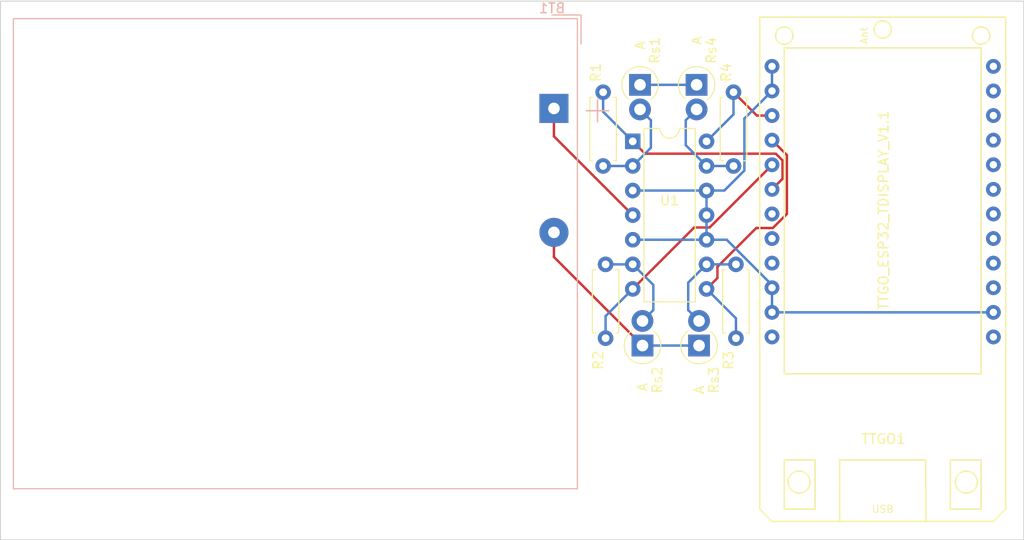
<source format=kicad_pcb>
(kicad_pcb (version 20221018) (generator pcbnew)
  (layers (0 "F.Cu" signal) (31 "B.Cu" signal) (34 "B.Paste" user) (35 "F.Paste" user) (36 "B.SilkS" user "B.Silkscreen") (37 "F.SilkS" user "F.Silkscreen") (38 "B.Mask" user) (39 "F.Mask" user) (44 "Edge.Cuts" user))
  (net 0 "")
  (net 1 "Net-(BT1-+)")
  (net 2 "Net-(BT1--)")
  (net 3 "Net-(U1A--)")
  (net 4 "Net-(TTGO1-GPIO2)")
  (net 5 "Net-(U1B--)")
  (net 6 "Net-(TTGO1-GPIO17)")
  (net 7 "Net-(U1C--)")
  (net 8 "Net-(TTGO1-GPIO22)")
  (net 9 "Net-(U1D--)")
  (net 10 "Net-(TTGO1-GPIO21)")
  (net 12 "GNDREF")
  (footprint "Diode_THT:D_DO-15_P2.54mm_Vertical_AnodeUp" (layer "F.Cu") (at 196.342 56.642 -90)
    (fp_text reference "Rs4" (at -3.556 -1.524 90) (layer "F.SilkS"))
    (fp_text value "R")
    (fp_text user "A" (at -4.572 0 90) (layer "F.SilkS"))
    (fp_arc (start 1.456371 1.194732) (mid -1.883124 -0.047368) (end 1.514596 -1.12) (stroke (width 0.12)) (layer "F.SilkS"))
    (pad "1" thru_hole rect (at 0 0 270) (size 2.24 2.24) (drill 1.2) (layers "*.Cu" "*.Mask") (net 2 "Net-(BT1--)"))
    (pad "2" thru_hole oval (at 2.54 0 270) (size 2.24 2.24) (drill 1.2) (layers "*.Cu" "*.Mask") (net 9 "Net-(U1D--)"))
  )
  (footprint "Diode_THT:D_DO-15_P2.54mm_Vertical_AnodeUp" (layer "F.Cu") (at 190.754 83.566 90)
    (fp_text reference "Rs2" (at -3.556 1.524 90) (layer "F.SilkS"))
    (fp_text value "R")
    (fp_text user "A" (at -4.318 0 90) (layer "F.SilkS"))
    (fp_arc (start 1.456371 1.194732) (mid -1.883124 -0.047368) (end 1.514596 -1.12) (stroke (width 0.12)) (layer "F.SilkS"))
    (pad "1" thru_hole rect (at 0 0 90) (size 2.24 2.24) (drill 1.2) (layers "*.Cu" "*.Mask") (net 2 "Net-(BT1--)"))
    (pad "2" thru_hole oval (at 2.54 0 90) (size 2.24 2.24) (drill 1.2) (layers "*.Cu" "*.Mask") (net 5 "Net-(U1B--)"))
  )
  (footprint "Resistor_THT:R_Axial_DIN0207_L6.3mm_D2.5mm_P7.62mm_Horizontal" (layer "F.Cu") (at 186.69 65.024 90)
    (fp_text reference "R1" (at 9.652 -0.762 90) (layer "F.SilkS"))
    (fp_text value "10k")
    (fp_line (start 0.54 -1.37) (end 7.08 -1.37) (stroke (width 0.12)) (layer "F.SilkS"))
    (fp_line (start 0.54 -1.04) (end 0.54 -1.37) (stroke (width 0.12)) (layer "F.SilkS"))
    (fp_line (start 0.54 1.04) (end 0.54 1.37) (stroke (width 0.12)) (layer "F.SilkS"))
    (fp_line (start 0.54 1.37) (end 7.08 1.37) (stroke (width 0.12)) (layer "F.SilkS"))
    (fp_line (start 7.08 -1.37) (end 7.08 -1.04) (stroke (width 0.12)) (layer "F.SilkS"))
    (fp_line (start 7.08 1.37) (end 7.08 1.04) (stroke (width 0.12)) (layer "F.SilkS"))
    (pad "1" thru_hole circle (at 0 0 90) (size 1.6 1.6) (drill 0.8) (layers "*.Cu" "*.Mask") (net 3 "Net-(U1A--)"))
    (pad "2" thru_hole oval (at 7.62 0 90) (size 1.6 1.6) (drill 0.8) (layers "*.Cu" "*.Mask") (net 4 "Net-(TTGO1-GPIO2)"))
  )
  (footprint "Diode_THT:D_DO-15_P2.54mm_Vertical_AnodeUp" (layer "F.Cu") (at 190.5 56.642 -90)
    (fp_text reference "Rs1" (at -3.556 -1.524 90) (layer "F.SilkS"))
    (fp_text value "R")
    (fp_text user "A" (at -4.064 0 90) (layer "F.SilkS"))
    (fp_arc (start 1.456371 1.194732) (mid -1.883124 -0.047368) (end 1.514596 -1.12) (stroke (width 0.12)) (layer "F.SilkS"))
    (pad "1" thru_hole rect (at 0 0 270) (size 2.24 2.24) (drill 1.2) (layers "*.Cu" "*.Mask") (net 2 "Net-(BT1--)"))
    (pad "2" thru_hole oval (at 2.54 0 270) (size 2.24 2.24) (drill 1.2) (layers "*.Cu" "*.Mask") (net 3 "Net-(U1A--)"))
  )
  (footprint "ESP TTGO:TTGO_ESP32_TDisplay_v1.1" (layer "F.Cu") (at 228.2585 99.187 90)
    (fp_text reference "TTGO1" (at 5.969 -12.6125 180) (layer "F.SilkS"))
    (fp_text value "TTGO_ESP32_TDISPLAY_V1.1" (at 29.591 -12.6125 90) (layer "F.SilkS"))
    (fp_text user "USB" (at -1.27 -12.7) (layer "F.SilkS") (effects (font (size 0.75 0.75) (thickness 0.1))))
    (fp_text user "Ant" (at 47.625 -14.605 90) (layer "F.SilkS") (effects (font (size 0.75 0.75) (thickness 0.1))))
    (fp_line (start -2.54 -24.13) (end -1.27 -25.4) (stroke (width 0.15)) (layer "F.SilkS"))
    (fp_line (start -2.54 -8.255) (end 1.27 -8.255) (stroke (width 0.15)) (layer "F.SilkS"))
    (fp_line (start -2.54 -1.27) (end -2.54 -24.13) (stroke (width 0.15)) (layer "F.SilkS"))
    (fp_line (start -1.27 -25.4) (end 0 -25.4) (stroke (width 0.15)) (layer "F.SilkS"))
    (fp_line (start -1.27 -22.86) (end 3.81 -22.86) (stroke (width 0.15)) (layer "F.SilkS"))
    (fp_line (start -1.27 -19.685) (end -1.27 -22.86) (stroke (width 0.15)) (layer "F.SilkS"))
    (fp_line (start -1.27 -5.715) (end 3.81 -5.715) (stroke (width 0.15)) (layer "F.SilkS"))
    (fp_line (start -1.27 -2.54) (end -1.27 -5.715) (stroke (width 0.15)) (layer "F.SilkS"))
    (fp_line (start -1.27 0) (end -2.54 -1.27) (stroke (width 0.15)) (layer "F.SilkS"))
    (fp_line (start 0 0) (end -1.27 0) (stroke (width 0.15)) (layer "F.SilkS"))
    (fp_line (start 1.27 -17.145) (end -2.54 -17.145) (stroke (width 0.15)) (layer "F.SilkS"))
    (fp_line (start 1.27 -17.145) (end 3.81 -17.145) (stroke (width 0.15)) (layer "F.SilkS"))
    (fp_line (start 3.81 -22.86) (end 3.81 -19.685) (stroke (width 0.15)) (layer "F.SilkS"))
    (fp_line (start 3.81 -19.685) (end -1.27 -19.685) (stroke (width 0.15)) (layer "F.SilkS"))
    (fp_line (start 3.81 -17.145) (end 3.81 -8.255) (stroke (width 0.15)) (layer "F.SilkS"))
    (fp_line (start 3.81 -8.255) (end -2.54 -8.255) (stroke (width 0.15)) (layer "F.SilkS"))
    (fp_line (start 3.81 -5.715) (end 3.81 -2.54) (stroke (width 0.15)) (layer "F.SilkS"))
    (fp_line (start 3.81 -2.54) (end -1.27 -2.54) (stroke (width 0.15)) (layer "F.SilkS"))
    (fp_line (start 12.7 -22.86) (end 46.355 -22.86) (stroke (width 0.15)) (layer "F.SilkS"))
    (fp_line (start 12.7 -2.54) (end 12.7 -22.86) (stroke (width 0.15)) (layer "F.SilkS"))
    (fp_line (start 44.45 0) (end 0 0) (stroke (width 0.15)) (layer "F.SilkS"))
    (fp_line (start 45.72 -25.4) (end 0 -25.4) (stroke (width 0.15)) (layer "F.SilkS"))
    (fp_line (start 46.355 -22.86) (end 46.355 -2.54) (stroke (width 0.15)) (layer "F.SilkS"))
    (fp_line (start 46.355 -2.54) (end 12.7 -2.54) (stroke (width 0.15)) (layer "F.SilkS"))
    (fp_line (start 49.53 -25.4) (end 45.72 -25.4) (stroke (width 0.15)) (layer "F.SilkS"))
    (fp_line (start 49.53 -25.4) (end 49.53 0) (stroke (width 0.15)) (layer "F.SilkS"))
    (fp_line (start 49.53 0) (end 44.45 0) (stroke (width 0.15)) (layer "F.SilkS"))
    (fp_circle (center 1.524 -21.336) (end 2.54 -21.844) (stroke (width 0.15)) (fill none) (layer "F.SilkS"))
    (fp_circle (center 1.524 -4.064) (end 2.54 -4.572) (stroke (width 0.15)) (fill none) (layer "F.SilkS"))
    (fp_circle (center 47.625 -22.86) (end 48.26 -23.495) (stroke (width 0.15)) (fill none) (layer "F.SilkS"))
    (fp_circle (center 47.625 -2.54) (end 48.26 -3.175) (stroke (width 0.15)) (fill none) (layer "F.SilkS"))
    (fp_circle (center 48.26 -12.7) (end 48.895 -13.335) (stroke (width 0.15)) (fill none) (layer "F.SilkS"))
    (pad "" np_thru_hole circle (at 47.625 -22.86 90) (size 1.524 1.524) (drill 1.524) (layers "*.Cu" "*.Mask"))
    (pad "" np_thru_hole circle (at 47.625 -2.54 90) (size 1.524 1.524) (drill 1.524) (layers "*.Cu" "*.Mask"))
    (pad "1" thru_hole circle (at 16.51 -1.27 90) (size 1.524 1.524) (drill 0.762) (layers "*.Cu" "*.Mask"))
    (pad "2" thru_hole circle (at 19.05 -1.27 90) (size 1.524 1.524) (drill 0.762) (layers "*.Cu" "*.Mask") (net 12 "GNDREF"))
    (pad "3" thru_hole circle (at 21.59 -1.27 90) (size 1.524 1.524) (drill 0.762) (layers "*.Cu" "*.Mask"))
    (pad "4" thru_hole circle (at 24.13 -1.27 90) (size 1.524 1.524) (drill 0.762) (layers "*.Cu" "*.Mask"))
    (pad "5" thru_hole circle (at 26.67 -1.27 90) (size 1.524 1.524) (drill 0.762) (layers "*.Cu" "*.Mask"))
    (pad "6" thru_hole circle (at 29.21 -1.27 90) (size 1.524 1.524) (drill 0.762) (layers "*.Cu" "*.Mask"))
    (pad "7" thru_hole circle (at 31.75 -1.27 90) (size 1.524 1.524) (drill 0.762) (layers "*.Cu" "*.Mask"))
    (pad "8" thru_hole circle (at 34.29 -1.27 90) (size 1.524 1.524) (drill 0.762) (layers "*.Cu" "*.Mask"))
    (pad "9" thru_hole circle (at 36.83 -1.27 90) (size 1.524 1.524) (drill 0.762) (layers "*.Cu" "*.Mask"))
    (pad "10" thru_hole circle (at 39.37 -1.27 90) (size 1.524 1.524) (drill 0.762) (layers "*.Cu" "*.Mask"))
    (pad "11" thru_hole circle (at 41.91 -1.27 90) (size 1.524 1.524) (drill 0.762) (layers "*.Cu" "*.Mask"))
    (pad "12" thru_hole circle (at 44.45 -1.27 90) (size 1.524 1.524) (drill 0.762) (layers "*.Cu" "*.Mask"))
    (pad "13" thru_hole circle (at 44.45 -24.13 90) (size 1.524 1.524) (drill 0.762) (layers "*.Cu" "*.Mask") (net 12 "GNDREF"))
    (pad "14" thru_hole circle (at 41.91 -24.13 90) (size 1.524 1.524) (drill 0.762) (layers "*.Cu" "*.Mask") (net 12 "GNDREF"))
    (pad "15" thru_hole circle (at 39.37 -24.13 90) (size 1.524 1.524) (drill 0.762) (layers "*.Cu" "*.Mask") (net 10 "Net-(TTGO1-GPIO21)"))
    (pad "16" thru_hole circle (at 36.83 -24.13 90) (size 1.524 1.524) (drill 0.762) (layers "*.Cu" "*.Mask") (net 8 "Net-(TTGO1-GPIO22)"))
    (pad "17" thru_hole circle (at 34.29 -24.13 90) (size 1.524 1.524) (drill 0.762) (layers "*.Cu" "*.Mask") (net 6 "Net-(TTGO1-GPIO17)"))
    (pad "18" thru_hole circle (at 31.75 -24.13 90) (size 1.524 1.524) (drill 0.762) (layers "*.Cu" "*.Mask") (net 4 "Net-(TTGO1-GPIO2)"))
    (pad "19" thru_hole circle (at 29.21 -24.13 90) (size 1.524 1.524) (drill 0.762) (layers "*.Cu" "*.Mask"))
    (pad "20" thru_hole circle (at 26.67 -24.13 90) (size 1.524 1.524) (drill 0.762) (layers "*.Cu" "*.Mask"))
    (pad "21" thru_hole circle (at 24.13 -24.13 90) (size 1.524 1.524) (drill 0.762) (layers "*.Cu" "*.Mask"))
    (pad "22" thru_hole circle (at 21.59 -24.13 90) (size 1.524 1.524) (drill 0.762) (layers "*.Cu" "*.Mask") (net 12 "GNDREF"))
    (pad "23" thru_hole circle (at 19.05 -24.13 90) (size 1.524 1.524) (drill 0.762) (layers "*.Cu" "*.Mask") (net 12 "GNDREF"))
    (pad "24" thru_hole circle (at 16.51 -24.13 90) (size 1.524 1.524) (drill 0.762) (layers "*.Cu" "*.Mask"))
  )
  (footprint "Resistor_THT:R_Axial_DIN0207_L6.3mm_D2.5mm_P7.62mm_Horizontal" (layer "F.Cu") (at 200.152 65.024 90)
    (fp_text reference "R4" (at 9.652 -0.762 90) (layer "F.SilkS"))
    (fp_text value "10k")
    (fp_line (start 0.54 -1.37) (end 7.08 -1.37) (stroke (width 0.12)) (layer "F.SilkS"))
    (fp_line (start 0.54 -1.04) (end 0.54 -1.37) (stroke (width 0.12)) (layer "F.SilkS"))
    (fp_line (start 0.54 1.04) (end 0.54 1.37) (stroke (width 0.12)) (layer "F.SilkS"))
    (fp_line (start 0.54 1.37) (end 7.08 1.37) (stroke (width 0.12)) (layer "F.SilkS"))
    (fp_line (start 7.08 -1.37) (end 7.08 -1.04) (stroke (width 0.12)) (layer "F.SilkS"))
    (fp_line (start 7.08 1.37) (end 7.08 1.04) (stroke (width 0.12)) (layer "F.SilkS"))
    (pad "1" thru_hole circle (at 0 0 90) (size 1.6 1.6) (drill 0.8) (layers "*.Cu" "*.Mask") (net 9 "Net-(U1D--)"))
    (pad "2" thru_hole oval (at 7.62 0 90) (size 1.6 1.6) (drill 0.8) (layers "*.Cu" "*.Mask") (net 10 "Net-(TTGO1-GPIO21)"))
  )
  (footprint "Resistor_THT:R_Axial_DIN0207_L6.3mm_D2.5mm_P7.62mm_Horizontal" (layer "F.Cu") (at 186.944 75.184 -90)
    (fp_text reference "R2" (at 9.906 0.762 90) (layer "F.SilkS"))
    (fp_text value "10k")
    (fp_line (start 0.54 -1.37) (end 7.08 -1.37) (stroke (width 0.12)) (layer "F.SilkS"))
    (fp_line (start 0.54 -1.04) (end 0.54 -1.37) (stroke (width 0.12)) (layer "F.SilkS"))
    (fp_line (start 0.54 1.04) (end 0.54 1.37) (stroke (width 0.12)) (layer "F.SilkS"))
    (fp_line (start 0.54 1.37) (end 7.08 1.37) (stroke (width 0.12)) (layer "F.SilkS"))
    (fp_line (start 7.08 -1.37) (end 7.08 -1.04) (stroke (width 0.12)) (layer "F.SilkS"))
    (fp_line (start 7.08 1.37) (end 7.08 1.04) (stroke (width 0.12)) (layer "F.SilkS"))
    (pad "1" thru_hole circle (at 0 0 270) (size 1.6 1.6) (drill 0.8) (layers "*.Cu" "*.Mask") (net 5 "Net-(U1B--)"))
    (pad "2" thru_hole oval (at 7.62 0 270) (size 1.6 1.6) (drill 0.8) (layers "*.Cu" "*.Mask") (net 6 "Net-(TTGO1-GPIO17)"))
  )
  (footprint "Resistor_THT:R_Axial_DIN0207_L6.3mm_D2.5mm_P7.62mm_Horizontal" (layer "F.Cu") (at 200.406 75.184 -90)
    (fp_text reference "R3" (at 9.906 0.762 90) (layer "F.SilkS"))
    (fp_text value "10k")
    (fp_line (start 0.54 -1.37) (end 7.08 -1.37) (stroke (width 0.12)) (layer "F.SilkS"))
    (fp_line (start 0.54 -1.04) (end 0.54 -1.37) (stroke (width 0.12)) (layer "F.SilkS"))
    (fp_line (start 0.54 1.04) (end 0.54 1.37) (stroke (width 0.12)) (layer "F.SilkS"))
    (fp_line (start 0.54 1.37) (end 7.08 1.37) (stroke (width 0.12)) (layer "F.SilkS"))
    (fp_line (start 7.08 -1.37) (end 7.08 -1.04) (stroke (width 0.12)) (layer "F.SilkS"))
    (fp_line (start 7.08 1.37) (end 7.08 1.04) (stroke (width 0.12)) (layer "F.SilkS"))
    (pad "1" thru_hole circle (at 0 0 270) (size 1.6 1.6) (drill 0.8) (layers "*.Cu" "*.Mask") (net 7 "Net-(U1C--)"))
    (pad "2" thru_hole oval (at 7.62 0 270) (size 1.6 1.6) (drill 0.8) (layers "*.Cu" "*.Mask") (net 8 "Net-(TTGO1-GPIO22)"))
  )
  (footprint "Diode_THT:D_DO-15_P2.54mm_Vertical_AnodeUp" (layer "F.Cu") (at 196.596 83.566 90)
    (fp_text reference "Rs3" (at -3.556 1.524 90) (layer "F.SilkS"))
    (fp_text value "R")
    (fp_text user "A" (at -4.572 0 90) (layer "F.SilkS"))
    (fp_arc (start 1.456371 1.194732) (mid -1.883124 -0.047368) (end 1.514596 -1.12) (stroke (width 0.12)) (layer "F.SilkS"))
    (pad "1" thru_hole rect (at 0 0 90) (size 2.24 2.24) (drill 1.2) (layers "*.Cu" "*.Mask") (net 2 "Net-(BT1--)"))
    (pad "2" thru_hole oval (at 2.54 0 90) (size 2.24 2.24) (drill 1.2) (layers "*.Cu" "*.Mask") (net 7 "Net-(U1C--)"))
  )
  (footprint "Package_DIP:DIP-14_W7.62mm" (layer "F.Cu") (at 189.748 62.479)
    (fp_text reference "U1" (at 3.81 6.101) (layer "F.SilkS"))
    (fp_text value "TL074")
    (fp_line (start 1.16 -1.33) (end 1.16 16.57) (stroke (width 0.12)) (layer "F.SilkS"))
    (fp_line (start 1.16 16.57) (end 6.46 16.57) (stroke (width 0.12)) (layer "F.SilkS"))
    (fp_line (start 2.81 -1.33) (end 1.16 -1.33) (stroke (width 0.12)) (layer "F.SilkS"))
    (fp_line (start 6.46 -1.33) (end 4.81 -1.33) (stroke (width 0.12)) (layer "F.SilkS"))
    (fp_line (start 6.46 16.57) (end 6.46 -1.33) (stroke (width 0.12)) (layer "F.SilkS"))
    (fp_arc (start 4.81 -1.33) (mid 3.81 -0.33) (end 2.81 -1.33) (stroke (width 0.12)) (layer "F.SilkS"))
    (pad "1" thru_hole rect (at 0 0) (size 1.6 1.6) (drill 0.8) (layers "*.Cu" "*.Mask") (net 4 "Net-(TTGO1-GPIO2)"))
    (pad "2" thru_hole oval (at 0 2.54) (size 1.6 1.6) (drill 0.8) (layers "*.Cu" "*.Mask") (net 3 "Net-(U1A--)"))
    (pad "3" thru_hole oval (at 0 5.08) (size 1.6 1.6) (drill 0.8) (layers "*.Cu" "*.Mask") (net 12 "GNDREF"))
    (pad "4" thru_hole oval (at 0 7.62) (size 1.6 1.6) (drill 0.8) (layers "*.Cu" "*.Mask") (net 1 "Net-(BT1-+)"))
    (pad "5" thru_hole oval (at 0 10.16) (size 1.6 1.6) (drill 0.8) (layers "*.Cu" "*.Mask") (net 12 "GNDREF"))
    (pad "6" thru_hole oval (at 0 12.7) (size 1.6 1.6) (drill 0.8) (layers "*.Cu" "*.Mask") (net 5 "Net-(U1B--)"))
    (pad "7" thru_hole oval (at 0 15.24) (size 1.6 1.6) (drill 0.8) (layers "*.Cu" "*.Mask") (net 6 "Net-(TTGO1-GPIO17)"))
    (pad "8" thru_hole oval (at 7.62 15.24) (size 1.6 1.6) (drill 0.8) (layers "*.Cu" "*.Mask") (net 8 "Net-(TTGO1-GPIO22)"))
    (pad "9" thru_hole oval (at 7.62 12.7) (size 1.6 1.6) (drill 0.8) (layers "*.Cu" "*.Mask") (net 7 "Net-(U1C--)"))
    (pad "10" thru_hole oval (at 7.62 10.16) (size 1.6 1.6) (drill 0.8) (layers "*.Cu" "*.Mask") (net 12 "GNDREF"))
    (pad "11" thru_hole oval (at 7.62 7.62) (size 1.6 1.6) (drill 0.8) (layers "*.Cu" "*.Mask") (net 12 "GNDREF"))
    (pad "12" thru_hole oval (at 7.62 5.08) (size 1.6 1.6) (drill 0.8) (layers "*.Cu" "*.Mask") (net 12 "GNDREF"))
    (pad "13" thru_hole oval (at 7.62 2.54) (size 1.6 1.6) (drill 0.8) (layers "*.Cu" "*.Mask") (net 9 "Net-(U1D--)"))
    (pad "14" thru_hole oval (at 7.62 0) (size 1.6 1.6) (drill 0.8) (layers "*.Cu" "*.Mask") (net 10 "Net-(TTGO1-GPIO21)"))
  )
  (footprint "Battery:BatteryHolder_TruPower_BH-331P_3xAA" (layer "B.Cu") (at 181.61 59.082 180)
    (fp_text reference "BT1" (at 0.2 10.35) (layer "B.SilkS") (effects (justify mirror)))
    (fp_text value "Battery")
    (fp_text user "+" (at -4.5 0) (layer "B.SilkS") (effects (font (size 3 3)) (justify mirror)))
    (fp_line (start -2.8 6.65) (end -2.8 9.65) (stroke (width 0.12)) (layer "B.SilkS"))
    (fp_line (start -2.8 9.65) (end 0.2 9.65) (stroke (width 0.12)) (layer "B.SilkS"))
    (fp_line (start -2.42 -39.27) (end 55.82 -39.27) (stroke (width 0.12)) (layer "B.SilkS"))
    (fp_line (start -2.42 9.27) (end -2.42 -39.27) (stroke (width 0.12)) (layer "B.SilkS"))
    (fp_line (start -2.42 9.27) (end 55.82 9.27) (stroke (width 0.12)) (layer "B.SilkS"))
    (fp_line (start 55.82 9.27) (end 55.82 -39.27) (stroke (width 0.12)) (layer "B.SilkS"))
    (pad "" np_thru_hole circle (at 26.7 -30 180) (size 3.5 3.5) (drill 3.5) (layers "*.Cu" "*.Mask"))
    (pad "" np_thru_hole circle (at 26.7 0 180) (size 3.5 3.5) (drill 3.5) (layers "*.Cu" "*.Mask"))
    (pad "1" thru_hole rect (at 0 0 180) (size 3 3) (drill 1.2) (layers "*.Cu" "*.Mask") (net 1 "Net-(BT1-+)"))
    (pad "2" thru_hole circle (at 0 -12.8 180) (size 3 3) (drill 1.2) (layers "*.Cu" "*.Mask") (net 2 "Net-(BT1--)"))
  )
  (gr_rect (start 124.46 48.006) (end 230.124 103.632) (stroke (width 0.1)) (fill none) (layer "Edge.Cuts"))
  (segment (start 181.61 61.961) (end 189.748 70.099) (width 0.25) (layer "F.Cu") (net 1))
  (segment (start 181.61 59.082) (end 181.61 61.961) (width 0.25) (layer "F.Cu") (net 1))
  (segment (start 181.61 74.422) (end 190.754 83.566) (width 0.25) (layer "F.Cu") (net 2))
  (segment (start 181.61 71.882) (end 181.61 74.422) (width 0.25) (layer "F.Cu") (net 2))
  (segment (start 196.342 56.642) (end 190.5 56.642) (width 0.25) (layer "B.Cu") (net 2))
  (segment (start 196.596 83.566) (end 190.754 83.566) (width 0.25) (layer "B.Cu") (net 2))
  (segment (start 186.69 65.024) (end 189.743 65.024) (width 0.25) (layer "B.Cu") (net 3))
  (segment (start 190.5 59.182) (end 191.62 60.302) (width 0.25) (layer "B.Cu") (net 3))
  (segment (start 191.62 63.147) (end 189.748 65.019) (width 0.25) (layer "B.Cu") (net 3))
  (segment (start 191.62 60.302) (end 191.62 63.147) (width 0.25) (layer "B.Cu") (net 3))
  (segment (start 189.743 65.024) (end 189.748 65.019) (width 0.25) (layer "B.Cu") (net 3))
  (segment (start 204.1285 67.437) (end 205.2155 66.35) (width 0.25) (layer "F.Cu") (net 4))
  (segment (start 191.023 63.754) (end 189.748 62.479) (width 0.25) (layer "F.Cu") (net 4))
  (segment (start 205.2155 64.446749) (end 204.522751 63.754) (width 0.25) (layer "F.Cu") (net 4))
  (segment (start 205.2155 66.35) (end 205.2155 64.446749) (width 0.25) (layer "F.Cu") (net 4))
  (segment (start 204.522751 63.754) (end 191.023 63.754) (width 0.25) (layer "F.Cu") (net 4))
  (segment (start 186.69 57.404) (end 186.69 59.421) (width 0.25) (layer "B.Cu") (net 4))
  (segment (start 186.69 59.421) (end 189.748 62.479) (width 0.25) (layer "B.Cu") (net 4))
  (segment (start 191.874 79.906) (end 191.874 77.305) (width 0.25) (layer "B.Cu") (net 5))
  (segment (start 189.743 75.184) (end 189.748 75.179) (width 0.25) (layer "B.Cu") (net 5))
  (segment (start 190.754 81.026) (end 191.874 79.906) (width 0.25) (layer "B.Cu") (net 5))
  (segment (start 191.874 77.305) (end 189.748 75.179) (width 0.25) (layer "B.Cu") (net 5))
  (segment (start 186.944 75.184) (end 189.743 75.184) (width 0.25) (layer "B.Cu") (net 5))
  (segment (start 204.1285 64.929491) (end 197.683991 71.374) (width 0.25) (layer "F.Cu") (net 6))
  (segment (start 196.093 71.374) (end 189.748 77.719) (width 0.25) (layer "F.Cu") (net 6))
  (segment (start 204.1285 64.897) (end 204.1285 64.929491) (width 0.25) (layer "F.Cu") (net 6))
  (segment (start 197.683991 71.374) (end 196.093 71.374) (width 0.25) (layer "F.Cu") (net 6))
  (segment (start 186.944 80.523) (end 189.748 77.719) (width 0.25) (layer "B.Cu") (net 6))
  (segment (start 186.944 82.804) (end 186.944 80.523) (width 0.25) (layer "B.Cu") (net 6))
  (segment (start 196.596 81.026) (end 195.476 79.906) (width 0.25) (layer "B.Cu") (net 7))
  (segment (start 195.476 79.906) (end 195.476 77.071) (width 0.25) (layer "B.Cu") (net 7))
  (segment (start 197.373 75.184) (end 197.368 75.179) (width 0.25) (layer "B.Cu") (net 7))
  (segment (start 195.476 77.071) (end 197.368 75.179) (width 0.25) (layer "B.Cu") (net 7))
  (segment (start 200.406 75.184) (end 197.373 75.184) (width 0.25) (layer "B.Cu") (net 7))
  (segment (start 205.6655 63.894) (end 205.6655 69.977251) (width 0.25) (layer "F.Cu") (net 8))
  (segment (start 198.493 75.438) (end 198.493 76.594) (width 0.25) (layer "F.Cu") (net 8))
  (segment (start 204.1285 62.357) (end 205.6655 63.894) (width 0.25) (layer "F.Cu") (net 8))
  (segment (start 205.6655 69.977251) (end 204.212751 71.43) (width 0.25) (layer "F.Cu") (net 8))
  (segment (start 198.493 76.594) (end 197.368 77.719) (width 0.25) (layer "F.Cu") (net 8))
  (segment (start 204.212751 71.43) (end 202.501 71.43) (width 0.25) (layer "F.Cu") (net 8))
  (segment (start 202.501 71.43) (end 198.493 75.438) (width 0.25) (layer "F.Cu") (net 8))
  (segment (start 200.406 82.804) (end 200.406 80.757) (width 0.25) (layer "B.Cu") (net 8))
  (segment (start 200.406 80.757) (end 197.368 77.719) (width 0.25) (layer "B.Cu") (net 8))
  (segment (start 200.152 65.024) (end 197.373 65.024) (width 0.25) (layer "B.Cu") (net 9))
  (segment (start 195.222 62.873) (end 197.368 65.019) (width 0.25) (layer "B.Cu") (net 9))
  (segment (start 196.342 59.182) (end 195.222 60.302) (width 0.25) (layer "B.Cu") (net 9))
  (segment (start 197.373 65.024) (end 197.368 65.019) (width 0.25) (layer "B.Cu") (net 9))
  (segment (start 195.222 60.302) (end 195.222 62.873) (width 0.25) (layer "B.Cu") (net 9))
  (segment (start 202.565 59.817) (end 200.152 57.404) (width 0.25) (layer "F.Cu") (net 10))
  (segment (start 204.1285 59.817) (end 202.565 59.817) (width 0.25) (layer "F.Cu") (net 10))
  (segment (start 200.152 59.695) (end 197.368 62.479) (width 0.25) (layer "B.Cu") (net 10))
  (segment (start 200.152 57.404) (end 200.152 59.695) (width 0.25) (layer "B.Cu") (net 10))
  (segment (start 201.277 65.489991) (end 199.207991 67.559) (width 0.25) (layer "B.Cu") (net 12))
  (segment (start 204.1285 57.277) (end 204.1285 54.737) (width 0.25) (layer "B.Cu") (net 12))
  (segment (start 204.1285 57.277) (end 201.277 60.1285) (width 0.25) (layer "B.Cu") (net 12))
  (segment (start 204.1285 80.137) (end 226.9885 80.137) (width 0.25) (layer "B.Cu") (net 12))
  (segment (start 199.451991 72.639) (end 197.368 72.639) (width 0.25) (layer "B.Cu") (net 12))
  (segment (start 204.1285 77.315509) (end 199.451991 72.639) (width 0.25) (layer "B.Cu") (net 12))
  (segment (start 189.748 72.639) (end 197.368 72.639) (width 0.25) (layer "B.Cu") (net 12))
  (segment (start 204.1285 77.597) (end 204.1285 77.315509) (width 0.25) (layer "B.Cu") (net 12))
  (segment (start 199.207991 67.559) (end 197.368 67.559) (width 0.25) (layer "B.Cu") (net 12))
  (segment (start 189.748 67.559) (end 197.368 67.559) (width 0.25) (layer "B.Cu") (net 12))
  (segment (start 204.1285 80.137) (end 204.1285 77.597) (width 0.25) (layer "B.Cu") (net 12))
  (segment (start 197.368 67.559) (end 197.368 70.099) (width 0.25) (layer "B.Cu") (net 12))
  (segment (start 201.277 60.1285) (end 201.277 65.489991) (width 0.25) (layer "B.Cu") (net 12))
  (segment (start 197.368 70.099) (end 197.368 72.639) (width 0.25) (layer "B.Cu") (net 12))
)
</source>
